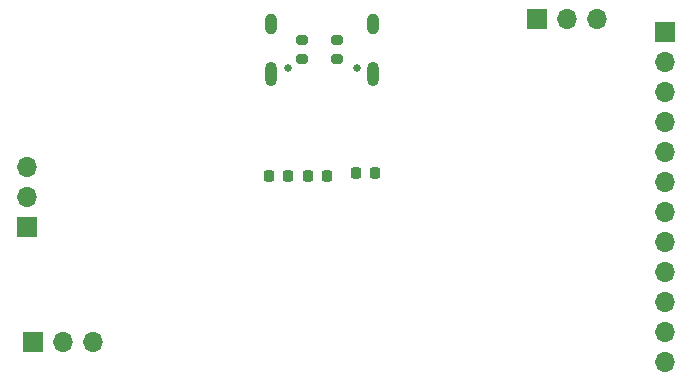
<source format=gbr>
%TF.GenerationSoftware,KiCad,Pcbnew,(7.0.0)*%
%TF.CreationDate,2023-04-19T21:09:27+03:00*%
%TF.ProjectId,Raspi Pico Board,52617370-6920-4506-9963-6f20426f6172,rev?*%
%TF.SameCoordinates,Original*%
%TF.FileFunction,Soldermask,Bot*%
%TF.FilePolarity,Negative*%
%FSLAX46Y46*%
G04 Gerber Fmt 4.6, Leading zero omitted, Abs format (unit mm)*
G04 Created by KiCad (PCBNEW (7.0.0)) date 2023-04-19 21:09:27*
%MOMM*%
%LPD*%
G01*
G04 APERTURE LIST*
G04 Aperture macros list*
%AMRoundRect*
0 Rectangle with rounded corners*
0 $1 Rounding radius*
0 $2 $3 $4 $5 $6 $7 $8 $9 X,Y pos of 4 corners*
0 Add a 4 corners polygon primitive as box body*
4,1,4,$2,$3,$4,$5,$6,$7,$8,$9,$2,$3,0*
0 Add four circle primitives for the rounded corners*
1,1,$1+$1,$2,$3*
1,1,$1+$1,$4,$5*
1,1,$1+$1,$6,$7*
1,1,$1+$1,$8,$9*
0 Add four rect primitives between the rounded corners*
20,1,$1+$1,$2,$3,$4,$5,0*
20,1,$1+$1,$4,$5,$6,$7,0*
20,1,$1+$1,$6,$7,$8,$9,0*
20,1,$1+$1,$8,$9,$2,$3,0*%
G04 Aperture macros list end*
%ADD10R,1.700000X1.700000*%
%ADD11O,1.700000X1.700000*%
%ADD12O,1.000000X2.100000*%
%ADD13O,1.000000X1.800000*%
%ADD14C,0.650000*%
%ADD15RoundRect,0.200000X-0.275000X0.200000X-0.275000X-0.200000X0.275000X-0.200000X0.275000X0.200000X0*%
%ADD16RoundRect,0.225000X0.225000X0.250000X-0.225000X0.250000X-0.225000X-0.250000X0.225000X-0.250000X0*%
%ADD17RoundRect,0.225000X-0.225000X-0.250000X0.225000X-0.250000X0.225000X0.250000X-0.225000X0.250000X0*%
G04 APERTURE END LIST*
D10*
%TO.C,J4*%
X100619999Y-38499999D03*
D11*
X103159999Y-38499999D03*
X105699999Y-38499999D03*
%TD*%
D10*
%TO.C,J2*%
X57974999Y-65899999D03*
D11*
X60514999Y-65899999D03*
X63054999Y-65899999D03*
%TD*%
D10*
%TO.C,J3*%
X111499999Y-39624999D03*
D11*
X111499999Y-42164999D03*
X111499999Y-44704999D03*
X111499999Y-47244999D03*
X111499999Y-49784999D03*
X111499999Y-52324999D03*
X111499999Y-54864999D03*
X111499999Y-57404999D03*
X111499999Y-59944999D03*
X111499999Y-62484999D03*
X111499999Y-65024999D03*
X111499999Y-67564999D03*
%TD*%
D12*
%TO.C,J1*%
X86773999Y-43171999D03*
D13*
X86773999Y-38991999D03*
D14*
X85344000Y-42672000D03*
X79564000Y-42672000D03*
D12*
X78133999Y-43171999D03*
D13*
X78133999Y-38991999D03*
%TD*%
D10*
%TO.C,J5*%
X57403999Y-56133999D03*
D11*
X57403999Y-53593999D03*
X57403999Y-51053999D03*
%TD*%
D15*
%TO.C,R2*%
X80717587Y-40273048D03*
X80717587Y-41923048D03*
%TD*%
D16*
%TO.C,C7*%
X79515000Y-51816000D03*
X77965000Y-51816000D03*
%TD*%
D17*
%TO.C,C18*%
X81267000Y-51816000D03*
X82817000Y-51816000D03*
%TD*%
D15*
%TO.C,R1*%
X83696697Y-40273048D03*
X83696697Y-41923048D03*
%TD*%
D17*
%TO.C,C17*%
X85323907Y-51562000D03*
X86873907Y-51562000D03*
%TD*%
M02*

</source>
